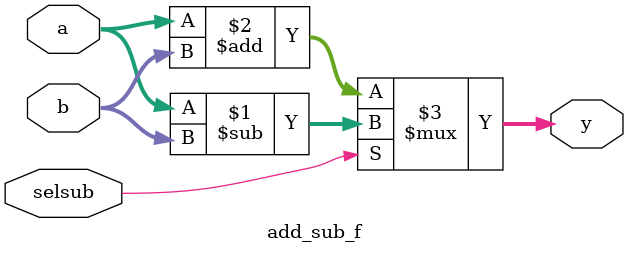
<source format=sv>

module add_sub_f #(parameter W=8) (
    input selsub,
    input logic [W-1:0] a, b, 
    output logic [W-1:0] y
    );

    assign y = selsub ? a-b : a+b;

endmodule: add_sub_f

</source>
